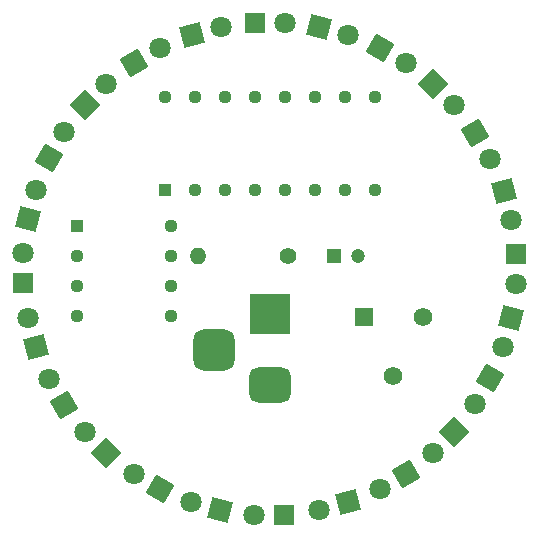
<source format=gbr>
%TF.GenerationSoftware,KiCad,Pcbnew,8.0.9*%
%TF.CreationDate,2025-12-11T14:47:33+01:00*%
%TF.ProjectId,Project,50726f6a-6563-4742-9e6b-696361645f70,rev?*%
%TF.SameCoordinates,Original*%
%TF.FileFunction,Soldermask,Bot*%
%TF.FilePolarity,Negative*%
%FSLAX46Y46*%
G04 Gerber Fmt 4.6, Leading zero omitted, Abs format (unit mm)*
G04 Created by KiCad (PCBNEW 8.0.9) date 2025-12-11 14:47:33*
%MOMM*%
%LPD*%
G01*
G04 APERTURE LIST*
G04 Aperture macros list*
%AMRoundRect*
0 Rectangle with rounded corners*
0 $1 Rounding radius*
0 $2 $3 $4 $5 $6 $7 $8 $9 X,Y pos of 4 corners*
0 Add a 4 corners polygon primitive as box body*
4,1,4,$2,$3,$4,$5,$6,$7,$8,$9,$2,$3,0*
0 Add four circle primitives for the rounded corners*
1,1,$1+$1,$2,$3*
1,1,$1+$1,$4,$5*
1,1,$1+$1,$6,$7*
1,1,$1+$1,$8,$9*
0 Add four rect primitives between the rounded corners*
20,1,$1+$1,$2,$3,$4,$5,0*
20,1,$1+$1,$4,$5,$6,$7,0*
20,1,$1+$1,$6,$7,$8,$9,0*
20,1,$1+$1,$8,$9,$2,$3,0*%
%AMRotRect*
0 Rectangle, with rotation*
0 The origin of the aperture is its center*
0 $1 length*
0 $2 width*
0 $3 Rotation angle, in degrees counterclockwise*
0 Add horizontal line*
21,1,$1,$2,0,0,$3*%
G04 Aperture macros list end*
%ADD10R,3.500000X3.500000*%
%ADD11RoundRect,0.750000X1.000000X-0.750000X1.000000X0.750000X-1.000000X0.750000X-1.000000X-0.750000X0*%
%ADD12RoundRect,0.875000X0.875000X-0.875000X0.875000X0.875000X-0.875000X0.875000X-0.875000X-0.875000X0*%
%ADD13R,1.560000X1.560000*%
%ADD14C,1.560000*%
%ADD15C,1.400000*%
%ADD16O,1.400000X1.400000*%
%ADD17R,1.130000X1.130000*%
%ADD18C,1.130000*%
%ADD19RotRect,1.800000X1.800000X15.000000*%
%ADD20C,1.800000*%
%ADD21RotRect,1.800000X1.800000X60.000000*%
%ADD22RotRect,1.800000X1.800000X105.000000*%
%ADD23RotRect,1.800000X1.800000X150.000000*%
%ADD24RotRect,1.800000X1.800000X195.000000*%
%ADD25RotRect,1.800000X1.800000X240.000000*%
%ADD26RotRect,1.800000X1.800000X285.000000*%
%ADD27RotRect,1.800000X1.800000X330.000000*%
%ADD28RotRect,1.800000X1.800000X30.000000*%
%ADD29RotRect,1.800000X1.800000X75.000000*%
%ADD30RotRect,1.800000X1.800000X120.000000*%
%ADD31RotRect,1.800000X1.800000X165.000000*%
%ADD32RotRect,1.800000X1.800000X210.000000*%
%ADD33RotRect,1.800000X1.800000X255.000000*%
%ADD34RotRect,1.800000X1.800000X300.000000*%
%ADD35RotRect,1.800000X1.800000X345.000000*%
%ADD36RotRect,1.800000X1.800000X45.000000*%
%ADD37R,1.800000X1.800000*%
%ADD38RotRect,1.800000X1.800000X135.000000*%
%ADD39RotRect,1.800000X1.800000X225.000000*%
%ADD40RotRect,1.800000X1.800000X315.000000*%
%ADD41C,1.200000*%
%ADD42R,1.200000X1.200000*%
G04 APERTURE END LIST*
D10*
%TO.C,J1*%
X159613601Y-70758799D03*
D11*
X159613600Y-76758800D03*
D12*
X154913600Y-73758800D03*
%TD*%
D13*
%TO.C,RV1*%
X167578400Y-71013600D03*
D14*
X170078400Y-76013600D03*
X172578400Y-71013600D03*
%TD*%
D15*
%TO.C,R1*%
X161188399Y-65811400D03*
D16*
X153568399Y-65811400D03*
%TD*%
D17*
%TO.C,IC2*%
X143291600Y-63271400D03*
D18*
X143291600Y-65811400D03*
X143291600Y-68351400D03*
X143291600Y-70891400D03*
X151231600Y-70891400D03*
X151231600Y-68351400D03*
X151231600Y-65811400D03*
X151231600Y-63271400D03*
%TD*%
D17*
%TO.C,IC1*%
X150749000Y-60256400D03*
D18*
X153289001Y-60256399D03*
X155829000Y-60256400D03*
X158369000Y-60256402D03*
X160908999Y-60256401D03*
X163449000Y-60256400D03*
X165989000Y-60256402D03*
X168528999Y-60256400D03*
X168529000Y-52316400D03*
X165988999Y-52316401D03*
X163449000Y-52316400D03*
X160909000Y-52316398D03*
X158369001Y-52316399D03*
X155829000Y-52316400D03*
X153289000Y-52316398D03*
X150749001Y-52316400D03*
%TD*%
D19*
%TO.C,D24*%
X153045348Y-47088600D03*
D20*
X155498800Y-46431200D03*
%TD*%
D21*
%TO.C,D23*%
X140919199Y-57520905D03*
D20*
X142189200Y-55321200D03*
%TD*%
D22*
%TO.C,D22*%
X139800100Y-73489727D03*
D20*
X139142700Y-71036274D03*
%TD*%
%TO.C,D21*%
X148092094Y-84277198D03*
D23*
X150291800Y-85547200D03*
%TD*%
D24*
%TO.C,D20*%
X166207254Y-86667798D03*
D20*
X163753800Y-87325200D03*
%TD*%
D25*
%TO.C,D19*%
X178282600Y-76184694D03*
D20*
X177012600Y-78384400D03*
%TD*%
%TO.C,D18*%
X180060600Y-62738000D03*
D26*
X179403199Y-60284548D03*
%TD*%
D20*
%TO.C,D17*%
X171152852Y-49504600D03*
D27*
X168953147Y-48234600D03*
%TD*%
D20*
%TO.C,D16*%
X150317200Y-48183800D03*
D28*
X148117495Y-49453800D03*
%TD*%
D29*
%TO.C,D15*%
X139144198Y-62676852D03*
D20*
X139801600Y-60223400D03*
%TD*%
D30*
%TO.C,D14*%
X142189200Y-78399706D03*
D20*
X140919200Y-76200000D03*
%TD*%
D31*
%TO.C,D13*%
X155437655Y-87322200D03*
D20*
X152984200Y-86664800D03*
%TD*%
D32*
%TO.C,D12*%
X171109706Y-84277198D03*
D20*
X168910000Y-85547200D03*
%TD*%
D33*
%TO.C,D11*%
X180057600Y-71054147D03*
D20*
X179400200Y-73507600D03*
%TD*%
%TO.C,D10*%
X178282601Y-57589452D03*
D34*
X177012600Y-55389747D03*
%TD*%
D20*
%TO.C,D9*%
X166268400Y-47117000D03*
D35*
X163814948Y-46459600D03*
%TD*%
D36*
%TO.C,D8*%
X143974548Y-53027851D03*
D20*
X145770600Y-51231800D03*
%TD*%
D37*
%TO.C,D7*%
X138760199Y-68122801D03*
D20*
X138760200Y-65582800D03*
%TD*%
D38*
%TO.C,D6*%
X145779626Y-82508226D03*
D20*
X143983574Y-80712172D03*
%TD*%
D37*
%TO.C,D5*%
X160858201Y-87706200D03*
D20*
X158318198Y-87706201D03*
%TD*%
D39*
%TO.C,D4*%
X175227252Y-80703147D03*
D20*
X173431200Y-82499200D03*
%TD*%
D37*
%TO.C,D3*%
X180441600Y-65633599D03*
D20*
X180441601Y-68173600D03*
%TD*%
D40*
%TO.C,D2*%
X173447574Y-51273574D03*
D20*
X175243626Y-53069625D03*
%TD*%
D37*
%TO.C,D1*%
X158400000Y-46075600D03*
D20*
X160940000Y-46075600D03*
%TD*%
D41*
%TO.C,C1*%
X167041801Y-65811400D03*
D42*
X165041801Y-65811400D03*
%TD*%
M02*

</source>
